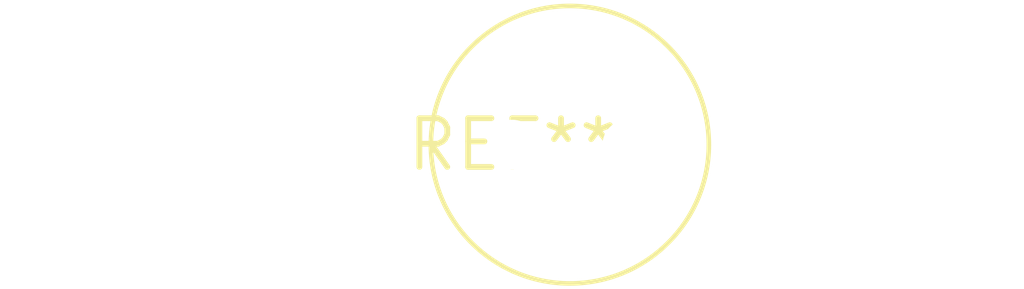
<source format=kicad_pcb>
(kicad_pcb (version 20240108) (generator pcbnew)
  (layers (0 "F.Cu" signal) (31 "B.Cu" signal) (34 "B.Paste" user) (35 "F.Paste" user) (36 "B.SilkS" user "B.Silkscreen") (37 "F.SilkS" user "F.Silkscreen") (38 "B.Mask" user) (39 "F.Mask" user) (44 "Edge.Cuts" user))
  (net 0 "")
  (footprint "L_Radial_D7.0mm_P3.00mm" (layer "F.Cu") (at 0 0)
    (property "Reference" "REF**")
    (property "Value" "L_Radial_D7.0mm_P3.00mm")
    (fp_circle (center 1.5 0) (end 5.12 0) (layer "F.SilkS") (stroke (width 0.12)) (fill none))
    (pad "1" thru_hole circle (at 0 0) (size 2.6 2.6) (drill 1.3) (layers *.Cu *.Mask) (remove_unused_layers))
    (pad "2" thru_hole circle (at 3 0) (size 2.6 2.6) (drill 1.3) (layers *.Cu *.Mask) (remove_unused_layers))
  )
)
</source>
